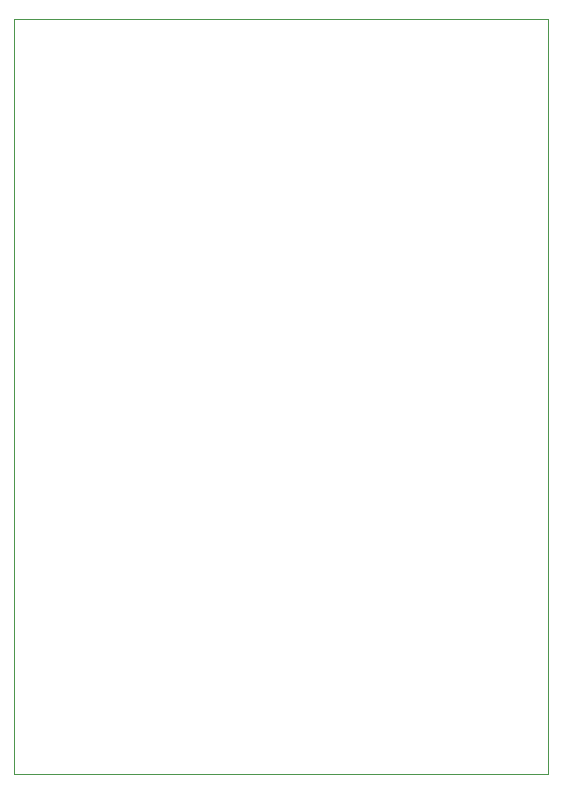
<source format=gbr>
%TF.GenerationSoftware,KiCad,Pcbnew,8.0.8*%
%TF.CreationDate,2025-02-16T22:09:59-06:00*%
%TF.ProjectId,hackPad,6861636b-5061-4642-9e6b-696361645f70,rev?*%
%TF.SameCoordinates,Original*%
%TF.FileFunction,Profile,NP*%
%FSLAX46Y46*%
G04 Gerber Fmt 4.6, Leading zero omitted, Abs format (unit mm)*
G04 Created by KiCad (PCBNEW 8.0.8) date 2025-02-16 22:09:59*
%MOMM*%
%LPD*%
G01*
G04 APERTURE LIST*
%TA.AperFunction,Profile*%
%ADD10C,0.050000*%
%TD*%
G04 APERTURE END LIST*
D10*
X96094000Y-62100000D02*
X141300000Y-62100000D01*
X141300000Y-125975000D01*
X96094000Y-125975000D01*
X96094000Y-62100000D01*
M02*

</source>
